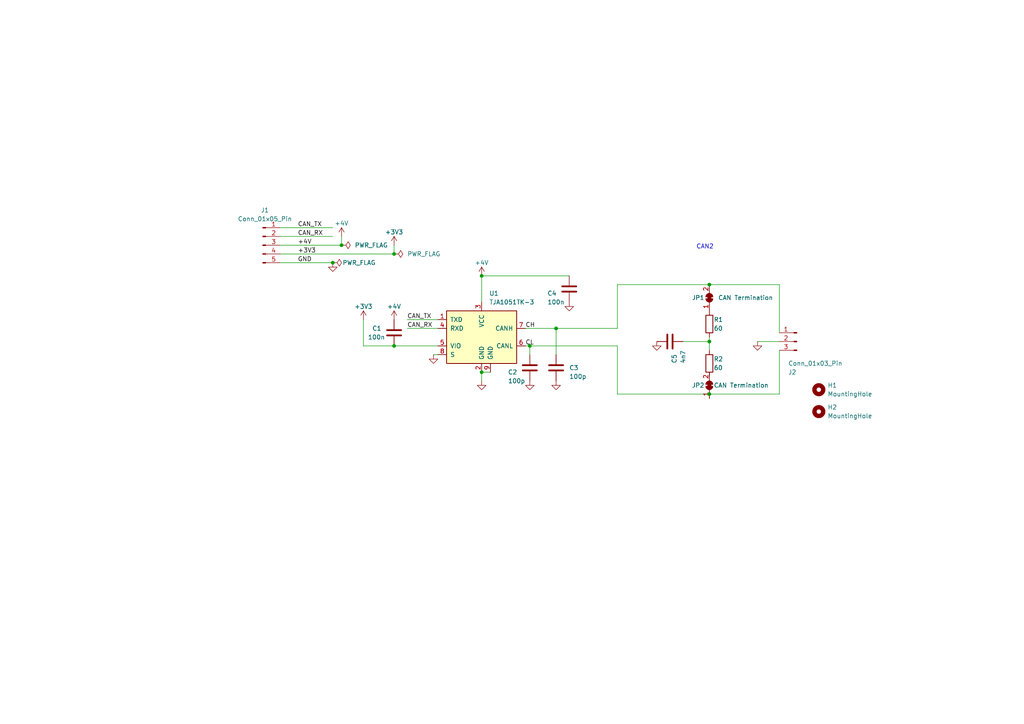
<source format=kicad_sch>
(kicad_sch (version 20230121) (generator eeschema)
  (paper "A4")
  (lib_symbols
    (symbol "Connector:Conn_01x03_Pin" (pin_names (offset 1.016) hide)
      (property "Reference" "J" (at 0 5.08 0))
      (property "Value" "Conn_01x03_Pin" (at 0 -5.08 0))
      (symbol "Conn_01x03_Pin_1_1"
        (polyline (pts (xy 1.27 -2.54) (xy 0.8636 -2.54)) (stroke (width 0.1524)))
        (polyline (pts (xy 1.27 0) (xy 0.8636 0)) (stroke (width 0.1524)))
        (polyline (pts (xy 1.27 2.54) (xy 0.8636 2.54)) (stroke (width 0.1524)))
        (rectangle (start 0.8636 -2.413) (end 0 -2.667) (stroke (width 0.1524)) (fill (type outline)))
        (rectangle (start 0.8636 0.127) (end 0 -0.127) (stroke (width 0.1524)) (fill (type outline)))
        (rectangle (start 0.8636 2.667) (end 0 2.413) (stroke (width 0.1524)) (fill (type outline)))
        (pin passive line (at 5.08 2.54 180) (length 3.81) (name "Pin_1") (number "1"))
        (pin passive line (at 5.08 0 180) (length 3.81) (name "Pin_2") (number "2"))
        (pin passive line (at 5.08 -2.54 180) (length 3.81) (name "Pin_3") (number "3"))
      )
    )
    (symbol "Connector:Conn_01x05_Pin" (pin_names (offset 1.016) hide)
      (property "Reference" "J" (at 0 7.62 0))
      (property "Value" "Conn_01x05_Pin" (at 0 -7.62 0))
      (symbol "Conn_01x05_Pin_1_1"
        (polyline (pts (xy 1.27 -5.08) (xy 0.8636 -5.08)) (stroke (width 0.1524)))
        (polyline (pts (xy 1.27 -2.54) (xy 0.8636 -2.54)) (stroke (width 0.1524)))
        (polyline (pts (xy 1.27 0) (xy 0.8636 0)) (stroke (width 0.1524)))
        (polyline (pts (xy 1.27 2.54) (xy 0.8636 2.54)) (stroke (width 0.1524)))
        (polyline (pts (xy 1.27 5.08) (xy 0.8636 5.08)) (stroke (width 0.1524)))
        (rectangle (start 0.8636 -4.953) (end 0 -5.207) (stroke (width 0.1524)) (fill (type outline)))
        (rectangle (start 0.8636 -2.413) (end 0 -2.667) (stroke (width 0.1524)) (fill (type outline)))
        (rectangle (start 0.8636 0.127) (end 0 -0.127) (stroke (width 0.1524)) (fill (type outline)))
        (rectangle (start 0.8636 2.667) (end 0 2.413) (stroke (width 0.1524)) (fill (type outline)))
        (rectangle (start 0.8636 5.207) (end 0 4.953) (stroke (width 0.1524)) (fill (type outline)))
        (pin passive line (at 5.08 5.08 180) (length 3.81) (name "Pin_1") (number "1"))
        (pin passive line (at 5.08 2.54 180) (length 3.81) (name "Pin_2") (number "2"))
        (pin passive line (at 5.08 0 180) (length 3.81) (name "Pin_3") (number "3"))
        (pin passive line (at 5.08 -2.54 180) (length 3.81) (name "Pin_4") (number "4"))
        (pin passive line (at 5.08 -5.08 180) (length 3.81) (name "Pin_5") (number "5"))
      )
    )
    (symbol "Device:C" (pin_numbers hide) (pin_names (offset 0.254))
      (property "Reference" "C" (at 0.635 2.54 0))
      (property "Value" "C" (at 0.635 -2.54 0))
      (symbol "C_0_1"
        (polyline (pts (xy -2.032 -0.762) (xy 2.032 -0.762)) (stroke (width 0.508)))
        (polyline (pts (xy -2.032 0.762) (xy 2.032 0.762)) (stroke (width 0.508)))
      )
      (symbol "C_1_1"
        (pin passive line (at 0 3.81 270) (length 2.794) (name "~") (number "1"))
        (pin passive line (at 0 -3.81 90) (length 2.794) (name "~") (number "2"))
      )
    )
    (symbol "Device:R" (pin_numbers hide) (pin_names (offset 0))
      (property "Reference" "R" (at 2.032 0 90))
      (property "Value" "R" (at 0 0 90))
      (symbol "R_0_1"
        (rectangle (start -1.016 -2.54) (end 1.016 2.54) (stroke (width 0.254)))
      )
      (symbol "R_1_1"
        (pin passive line (at 0 3.81 270) (length 1.27) (name "~") (number "1"))
        (pin passive line (at 0 -3.81 90) (length 1.27) (name "~") (number "2"))
      )
    )
    (symbol "GND_1" (power) (pin_names (offset 0))
      (property "Value" "GND_1" (at 0 -3.81 0))
      (symbol "GND_1_0_1"
        (polyline (pts (xy 0 0) (xy 0 -1.27) (xy 1.27 -1.27) (xy 0 -2.54) (xy -1.27 -1.27) (xy 0 -1.27)))
      )
      (symbol "GND_1_1_1"
        (pin power_in line (at 0 0 270) (length 0) hide (name "GND") (number "1"))
      )
    )
    (symbol "Interface_CAN_LIN:TJA1051TK-3" (pin_names (offset 1.016))
      (property "Reference" "U" (at -10.16 8.89 0))
      (property "Value" "TJA1051TK-3" (at 1.27 8.89 0))
      (symbol "TJA1051TK-3_0_1"
        (rectangle (start -10.16 7.62) (end 10.16 -7.62) (stroke (width 0.254)) (fill (type background)))
      )
      (symbol "TJA1051TK-3_1_1"
        (pin input line (at -12.7 5.08 0) (length 2.54) (name "TXD") (number "1"))
        (pin power_in line (at 0 -10.16 90) (length 2.54) (name "GND") (number "2"))
        (pin power_in line (at 0 10.16 270) (length 2.54) (name "VCC") (number "3"))
        (pin output line (at -12.7 2.54 0) (length 2.54) (name "RXD") (number "4"))
        (pin power_in line (at -12.7 -2.54 0) (length 2.54) (name "VIO") (number "5"))
        (pin bidirectional line (at 12.7 -2.54 180) (length 2.54) (name "CANL") (number "6"))
        (pin bidirectional line (at 12.7 2.54 180) (length 2.54) (name "CANH") (number "7"))
        (pin input line (at -12.7 -5.08 0) (length 2.54) (name "S") (number "8"))
        (pin power_in line (at 2.54 -10.16 90) (length 2.54) (name "GND") (number "9"))
      )
    )
    (symbol "Jumper:SolderJumper_2_Bridged" (pin_names (offset 0) hide)
      (property "Reference" "JP" (at 0 2.032 0))
      (property "Value" "SolderJumper_2_Bridged" (at 0 -2.54 0))
      (symbol "SolderJumper_2_Bridged_0_1"
        (rectangle (start -0.508 0.508) (end 0.508 -0.508) (fill (type outline)))
        (arc (start -0.254 1.016) (mid -1.2656 0) (end -0.254 -1.016))
        (arc (start -0.254 1.016) (mid -1.2656 0) (end -0.254 -1.016) (fill (type outline)))
        (polyline (pts (xy -0.254 1.016) (xy -0.254 -1.016)))
        (polyline (pts (xy 0.254 1.016) (xy 0.254 -1.016)))
        (arc (start 0.254 -1.016) (mid 1.2656 0) (end 0.254 1.016))
        (arc (start 0.254 -1.016) (mid 1.2656 0) (end 0.254 1.016) (fill (type outline)))
      )
      (symbol "SolderJumper_2_Bridged_1_1"
        (pin passive line (at -3.81 0 0) (length 2.54) (name "A") (number "1"))
        (pin passive line (at 3.81 0 180) (length 2.54) (name "B") (number "2"))
      )
    )
    (symbol "Mechanical:MountingHole" (pin_names (offset 1.016))
      (property "Reference" "H" (at 0 5.08 0))
      (property "Value" "MountingHole" (at 0 3.175 0))
      (symbol "MountingHole_0_1"
        (circle (center 0 0) (radius 1.27) (stroke (width 1.27)))
      )
    )
    (symbol "power:+3V3" (power) (pin_names (offset 0))
      (property "Value" "+3V3" (at 0 3.556 0))
      (symbol "+3V3_0_1"
        (polyline (pts (xy -0.762 1.27) (xy 0 2.54)))
        (polyline (pts (xy 0 0) (xy 0 2.54)))
        (polyline (pts (xy 0 2.54) (xy 0.762 1.27)))
      )
      (symbol "+3V3_1_1"
        (pin power_in line (at 0 0 90) (length 0) hide (name "+3V3") (number "1"))
      )
    )
    (symbol "power:+4V" (power) (pin_names (offset 0))
      (property "Value" "+4V" (at 0 3.556 0))
      (symbol "+4V_0_1"
        (polyline (pts (xy -0.762 1.27) (xy 0 2.54)))
        (polyline (pts (xy 0 0) (xy 0 2.54)))
        (polyline (pts (xy 0 2.54) (xy 0.762 1.27)))
      )
      (symbol "+4V_1_1"
        (pin power_in line (at 0 0 90) (length 0) hide (name "+4V") (number "1"))
      )
    )
    (symbol "power:PWR_FLAG" (power) (pin_numbers hide) (pin_names (offset 0) hide)
      (property "Value" "PWR_FLAG" (at 0 3.81 0))
      (symbol "PWR_FLAG_0_0"
        (pin power_out line (at 0 0 90) (length 0) (name "pwr") (number "1"))
      )
      (symbol "PWR_FLAG_0_1"
        (polyline (pts (xy 0 0) (xy 0 1.27) (xy -1.016 1.905) (xy 0 2.54) (xy 1.016 1.905) (xy 0 1.27)))
      )
    )
  )
  (junction (at 205.74 82.55))
  (junction (at 99.06 71.12))
  (junction (at 205.74 99.06))
  (junction (at 139.7 80.01))
  (junction (at 153.67 100.33))
  (junction (at 139.7 107.95))
  (junction (at 114.3 100.33))
  (junction (at 96.52 76.2))
  (junction (at 114.3 73.66))
  (junction (at 205.74 114.3))
  (junction (at 161.29 95.25))
  (wire (pts (xy 105.41 92.71) (xy 105.41 100.33)))
  (wire (pts (xy 153.67 100.33) (xy 179.07 100.33)))
  (wire (pts (xy 139.7 107.95) (xy 142.24 107.95)))
  (wire (pts (xy 81.28 76.2) (xy 96.52 76.2)))
  (wire (pts (xy 118.11 95.25) (xy 127 95.25)))
  (wire (pts (xy 139.7 80.01) (xy 139.7 87.63)))
  (wire (pts (xy 139.7 110.49) (xy 139.7 107.95)))
  (wire (pts (xy 205.74 82.55) (xy 226.06 82.55)))
  (wire (pts (xy 114.3 71.12) (xy 114.3 73.66)))
  (wire (pts (xy 81.28 68.58) (xy 96.52 68.58)))
  (wire (pts (xy 205.74 114.3) (xy 226.06 114.3)))
  (wire (pts (xy 205.74 115.57) (xy 205.74 114.3)))
  (wire (pts (xy 152.4 95.25) (xy 161.29 95.25)))
  (wire (pts (xy 226.06 101.6) (xy 226.06 114.3)))
  (wire (pts (xy 205.74 109.22) (xy 205.74 107.95)))
  (wire (pts (xy 153.67 100.33) (xy 153.67 102.87)))
  (wire (pts (xy 99.06 68.58) (xy 99.06 71.12)))
  (wire (pts (xy 139.7 80.01) (xy 165.1 80.01)))
  (wire (pts (xy 205.74 99.06) (xy 205.74 101.6)))
  (wire (pts (xy 99.06 71.12) (xy 81.28 71.12)))
  (wire (pts (xy 179.07 100.33) (xy 179.07 114.3)))
  (wire (pts (xy 219.71 99.06) (xy 226.06 99.06)))
  (wire (pts (xy 114.3 100.33) (xy 127 100.33)))
  (wire (pts (xy 105.41 100.33) (xy 114.3 100.33)))
  (wire (pts (xy 179.07 95.25) (xy 179.07 82.55)))
  (wire (pts (xy 125.73 102.87) (xy 127 102.87)))
  (wire (pts (xy 198.12 99.06) (xy 205.74 99.06)))
  (wire (pts (xy 226.06 82.55) (xy 226.06 96.52)))
  (wire (pts (xy 118.11 92.71) (xy 127 92.71)))
  (wire (pts (xy 179.07 114.3) (xy 205.74 114.3)))
  (wire (pts (xy 161.29 102.87) (xy 161.29 95.25)))
  (wire (pts (xy 161.29 95.25) (xy 179.07 95.25)))
  (wire (pts (xy 81.28 66.04) (xy 96.52 66.04)))
  (wire (pts (xy 81.28 73.66) (xy 114.3 73.66)))
  (wire (pts (xy 152.4 100.33) (xy 153.67 100.33)))
  (wire (pts (xy 205.74 97.79) (xy 205.74 99.06)))
  (wire (pts (xy 179.07 82.55) (xy 205.74 82.55)))
  (text "CAN2" (at 201.93 72.39 0) (effects (font (size 1.27 1.27)) (justify left bottom)))
  (label "CAN_TX" (at 86.36 66.04 0))
  (label "CAN_RX" (at 118.11 95.25 0))
  (label "CAN_RX" (at 86.36 68.58 0))
  (label "CL" (at 152.4 100.33 0))
  (label "+3V3" (at 86.36 73.66 0))
  (label "CH" (at 152.4 95.25 0))
  (label "GND" (at 86.36 76.2 0))
  (label "CAN_TX" (at 118.11 92.71 0))
  (label "+4V" (at 86.36 71.12 0))
  (symbol (lib_id "power:PWR_FLAG") (at 96.52 76.2 270) (unit 1)
    (property "Reference" "#FLG03" (effects hide))
    (property "Value" "PWR_FLAG" (at 104.14 76.2 90))
  )
  (symbol (lib_id "Jumper:SolderJumper_2_Bridged") (at 205.74 86.36 90) (unit 1)
    (property "Reference" "JP1" (at 200.66 86.36 90) (effects (justify right)))
    (property "Value" "CAN Termination" (at 208.28 86.36 90) (effects (justify right)))
    (property "Footprint" "Jumper:SolderJumper-2_P1.3mm_Bridged_Pad1.0x1.5mm" (effects hide))
    (property "Note" "DNP" (effects hide))
  )
  (symbol (lib_id "Jumper:SolderJumper_2_Bridged") (at 205.74 111.76 90) (unit 1)
    (property "Reference" "JP2" (at 200.66 111.76 90) (effects (justify right)))
    (property "Value" "CAN Termination" (at 207.01 111.76 90) (effects (justify right)))
    (property "Footprint" "Jumper:SolderJumper-2_P1.3mm_Bridged_Pad1.0x1.5mm" (effects hide))
    (property "Note" "DNP" (effects hide))
  )
  (symbol (lib_name "GND_1") (lib_id "power:GND") (at 219.71 99.06 0) (unit 1)
    (property "Reference" "#PWR013" (effects hide))
    (property "Value" "GND" (effects hide))
  )
  (symbol (lib_name "GND_1") (lib_id "power:GND") (at 96.52 76.2 0) (unit 1)
    (property "Reference" "#PWR03" (effects hide))
    (property "Value" "GND" (effects hide))
  )
  (symbol (lib_id "Connector:Conn_01x05_Pin") (at 76.2 71.12 0) (unit 1)
    (property "Reference" "J1" (at 76.835 60.96 0))
    (property "Value" "Conn_01x05_Pin" (at 76.835 63.5 0))
    (property "Footprint" "Connector_PinHeader_2.54mm:PinHeader_1x05_P2.54mm_Vertical" (effects hide))
    (property "Note" "DNP" (effects hide))
  )
  (symbol (lib_id "Device:R") (at 205.74 93.98 0) (unit 1)
    (property "Reference" "R1" (at 207.01 92.71 0) (effects (justify left)))
    (property "Value" "60" (at 207.01 95.25 0) (effects (justify left)))
    (property "Footprint" "Resistor_SMD:R_0402_1005Metric" (effects hide))
    (property "Manufactorer" "YAGEO" (effects hide))
    (property "Part Number" "RC0402FR-0760R4L" (effects hide))
  )
  (symbol (lib_id "Mechanical:MountingHole") (at 237.49 113.03 0) (unit 1)
    (property "Reference" "H1" (at 240.03 111.76 0) (effects (justify left)))
    (property "Value" "MountingHole" (at 240.03 114.3 0) (effects (justify left)))
    (property "Footprint" "MountingHole:MountingHole_2.2mm_M2" (effects hide))
  )
  (symbol (lib_id "power:PWR_FLAG") (at 99.06 71.12 270) (unit 1)
    (property "Reference" "#FLG02" (effects hide))
    (property "Value" "PWR_FLAG" (at 102.87 71.12 90) (effects (justify left)))
  )
  (symbol (lib_id "Mechanical:MountingHole") (at 237.49 119.38 0) (unit 1)
    (property "Reference" "H2" (at 240.03 118.11 0) (effects (justify left)))
    (property "Value" "MountingHole" (at 240.03 120.65 0) (effects (justify left)))
    (property "Footprint" "MountingHole:MountingHole_2.2mm_M2" (effects hide))
  )
  (symbol (lib_id "Interface_CAN_LIN:TJA1051TK-3") (at 139.7 97.79 0) (unit 1)
    (property "Reference" "U1" (at 141.8941 85.09 0) (effects (justify left)))
    (property "Value" "TJA1051TK-3" (at 141.8941 87.63 0) (effects (justify left)))
    (property "Footprint" "Package_DFN_QFN:DFN-8-1EP_3x3mm_P0.65mm_EP1.55x2.4mm" (effects hide))
    (property "Datasheet" "http://www.nxp.com/docs/en/data-sheet/TJA1051.pdf" (effects hide))
    (property "Manufactorer" "NXP" (effects hide))
    (property "Part Number" "TJA1051TK/3,118" (effects hide))
  )
  (symbol (lib_id "power:+4V") (at 114.3 92.71 0) (unit 1)
    (property "Reference" "#PWR02" (effects hide))
    (property "Value" "+4V" (at 114.3 88.9 0))
  )
  (symbol (lib_id "power:+4V") (at 139.7 80.01 0) (unit 1)
    (property "Reference" "#PWR07" (effects hide))
    (property "Value" "+4V" (at 139.7 76.2 0))
  )
  (symbol (lib_id "Device:R") (at 205.74 105.41 0) (unit 1)
    (property "Reference" "R2" (at 207.01 104.14 0) (effects (justify left)))
    (property "Value" "60" (at 207.01 106.68 0) (effects (justify left)))
    (property "Footprint" "Resistor_SMD:R_0402_1005Metric" (effects hide))
    (property "Manufactorer" "YAGEO" (effects hide))
    (property "Part Number" "RC0402FR-0760R4L" (effects hide))
  )
  (symbol (lib_name "GND_1") (lib_id "power:GND") (at 153.67 110.49 0) (unit 1)
    (property "Reference" "#PWR09" (effects hide))
    (property "Value" "GND" (effects hide))
  )
  (symbol (lib_name "GND_1") (lib_id "power:GND") (at 139.7 110.49 0) (unit 1)
    (property "Reference" "#PWR08" (effects hide))
    (property "Value" "GND" (effects hide))
  )
  (symbol (lib_id "power:+3V3") (at 105.41 92.71 0) (unit 1)
    (property "Reference" "#PWR01" (effects hide))
    (property "Value" "+3V3" (at 105.41 88.9 0))
  )
  (symbol (lib_id "Device:C") (at 194.31 99.06 90) (unit 1)
    (property "Reference" "C5" (at 195.58 105.41 0) (effects (justify left)))
    (property "Value" "4n7" (at 198.12 105.41 0) (effects (justify left)))
    (property "Footprint" "Capacitor_SMD:C_0402_1005Metric" (effects hide))
    (property "Manufactorer" "YAGEO" (effects hide))
    (property "Part Number" "CC0402KRX7R8BB472" (effects hide))
    (property "Voltage" "16" (effects hide))
  )
  (symbol (lib_name "GND_1") (lib_id "power:GND") (at 161.29 110.49 0) (unit 1)
    (property "Reference" "#PWR010" (effects hide))
    (property "Value" "GND" (effects hide))
  )
  (symbol (lib_id "Device:C") (at 165.1 83.82 0) (unit 1)
    (property "Reference" "C4" (at 158.75 85.09 0) (effects (justify left)))
    (property "Value" "100n" (at 158.75 87.63 0) (effects (justify left)))
    (property "Footprint" "Capacitor_SMD:C_0402_1005Metric" (effects hide))
    (property "Manufactorer" "YAGEO" (effects hide))
    (property "Part Number" "CC0402KRX7R7BB104" (effects hide))
    (property "Voltage" "16" (effects hide))
  )
  (symbol (lib_id "Connector:Conn_01x03_Pin") (at 231.14 99.06 0) (mirror y) (unit 1)
    (property "Reference" "J2" (at 228.6 107.95 0) (effects (justify right)))
    (property "Value" "Conn_01x03_Pin" (at 228.6 105.41 0) (effects (justify right)))
    (property "Footprint" "Connector_PinHeader_2.54mm:PinHeader_1x03_P2.54mm_Vertical" (effects hide))
    (property "Note" "DNP" (effects hide))
  )
  (symbol (lib_id "power:+3V3") (at 114.3 71.12 0) (unit 1)
    (property "Reference" "#PWR06" (effects hide))
    (property "Value" "+3V3" (at 114.3 67.31 0))
  )
  (symbol (lib_name "GND_1") (lib_id "power:GND") (at 125.73 102.87 0) (unit 1)
    (property "Reference" "#PWR04" (effects hide))
    (property "Value" "GND" (effects hide))
  )
  (symbol (lib_id "power:+4V") (at 99.06 68.58 0) (unit 1)
    (property "Reference" "#PWR05" (effects hide))
    (property "Value" "+4V" (at 99.06 64.77 0))
  )
  (symbol (lib_id "Device:C") (at 153.67 106.68 0) (unit 1)
    (property "Reference" "C2" (at 147.32 107.95 0) (effects (justify left)))
    (property "Value" "100p" (at 147.32 110.49 0) (effects (justify left)))
    (property "Footprint" "Capacitor_SMD:C_0402_1005Metric" (effects hide))
    (property "Manufactorer" "YAGEO" (effects hide))
    (property "Part Number" "CC0402KRX7R7BB101" (effects hide))
    (property "Voltage" "16" (effects hide))
  )
  (symbol (lib_name "GND_1") (lib_id "power:GND") (at 165.1 87.63 0) (unit 1)
    (property "Reference" "#PWR011" (effects hide))
    (property "Value" "GND" (effects hide))
  )
  (symbol (lib_name "GND_1") (lib_id "power:GND") (at 190.5 99.06 0) (unit 1)
    (property "Reference" "#PWR012" (effects hide))
    (property "Value" "GND" (effects hide))
  )
  (symbol (lib_id "power:PWR_FLAG") (at 114.3 73.66 270) (unit 1)
    (property "Reference" "#FLG01" (effects hide))
    (property "Value" "PWR_FLAG" (at 118.11 73.66 90) (effects (justify left)))
  )
  (symbol (lib_id "Device:C") (at 161.29 106.68 0) (unit 1)
    (property "Reference" "C3" (at 165.1 106.68 0) (effects (justify left)))
    (property "Value" "100p" (at 165.1 109.22 0) (effects (justify left)))
    (property "Footprint" "Capacitor_SMD:C_0402_1005Metric" (effects hide))
    (property "Manufactorer" "YAGEO" (effects hide))
    (property "Part Number" "CC0402KRX7R7BB101" (effects hide))
    (property "Voltage" "16" (effects hide))
  )
  (symbol (lib_id "Device:C") (at 114.3 96.52 0) (unit 1)
    (property "Reference" "C1" (at 107.95 95.25 0) (effects (justify left)))
    (property "Value" "100n" (at 106.68 97.79 0) (effects (justify left)))
    (property "Footprint" "Capacitor_SMD:C_0402_1005Metric" (effects hide))
    (property "Manufactorer" "YAGEO" (effects hide))
    (property "Part Number" "CC0402KRX7R7BB104" (effects hide))
    (property "Voltage" "16" (effects hide))
  )
)
</source>
